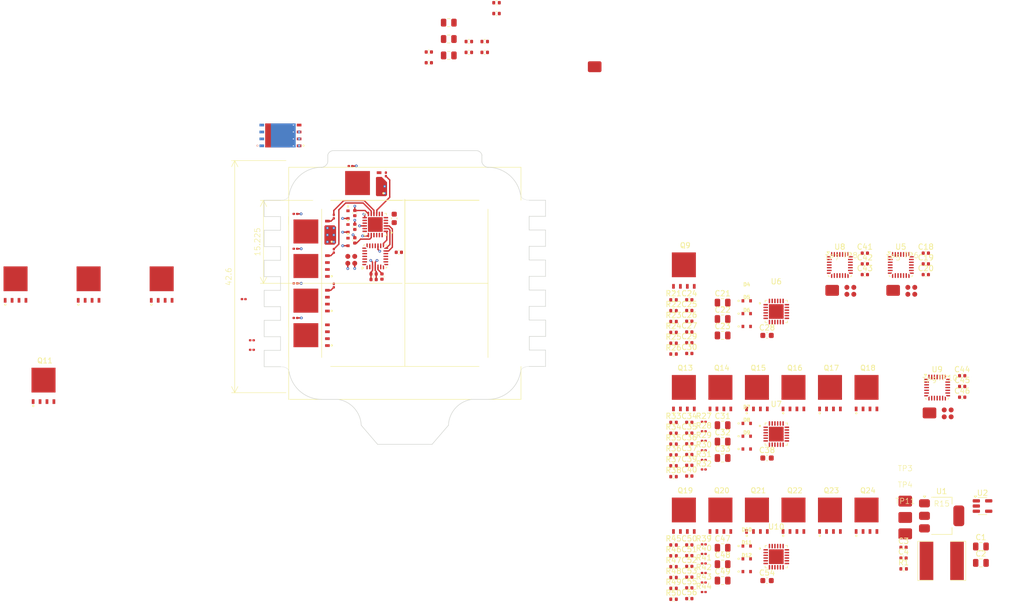
<source format=kicad_pcb>
(kicad_pcb (version 20241229) (generator "pcbnew") (generator_version "9.0")
  (layers (0 "F.Cu" signal) (4 "In1.Cu" signal) (6 "In2.Cu" signal) (8 "In3.Cu" signal) (10 "In4.Cu" signal) (2 "B.Cu" signal) (13 "F.Paste" user) (15 "B.Paste" user) (5 "F.SilkS" user "F.Silkscreen") (7 "B.SilkS" user "B.Silkscreen") (1 "F.Mask" user) (3 "B.Mask" user) (25 "Edge.Cuts" user))
  (net 0 "")
  (net 1 "VCC")
  (net 2 "GND")
  (net 3 "+3.3V")
  (net 4 "Net-(C4-Pad1)")
  (net 5 "Net-(U3-PF2)")
  (net 6 "Net-(U4-VB1)")
  (net 7 "/ESC1/VS1")
  (net 8 "Net-(U4-VB2)")
  (net 9 "/ESC1/VS2")
  (net 10 "/ESC1/VS3")
  (net 11 "Net-(U4-VB3)")
  (net 12 "VSense1A")
  (net 13 "VSense1B")
  (net 14 "VSense1C")
  (net 15 "Net-(U5-PF2)")
  (net 16 "VSense2A")
  (net 17 "VSense2B")
  (net 18 "VSense2C")
  (net 19 "/ESC2/VS1")
  (net 20 "Net-(U6-VB1)")
  (net 21 "Net-(U6-VB2)")
  (net 22 "/ESC2/VS2")
  (net 23 "/ESC2/VS3")
  (net 24 "Net-(U6-VB3)")
  (net 25 "VSense3A")
  (net 26 "VSense3B")
  (net 27 "VSense3C")
  (net 28 "Net-(U7-VB1)")
  (net 29 "/ESC3/VS1")
  (net 30 "Net-(U7-VB2)")
  (net 31 "/ESC3/VS2")
  (net 32 "Net-(U7-VB3)")
  (net 33 "/ESC3/VS3")
  (net 34 "Net-(U8-PF2)")
  (net 35 "Net-(U9-PF2)")
  (net 36 "VSense4A")
  (net 37 "VSense4B")
  (net 38 "VSense4C")
  (net 39 "Net-(U10-VB1)")
  (net 40 "/ESC4/VS1")
  (net 41 "/ESC4/VS2")
  (net 42 "Net-(U10-VB2)")
  (net 43 "Net-(U10-VB3)")
  (net 44 "/ESC4/VS3")
  (net 45 "Net-(Q1-Pad4)")
  (net 46 "Net-(Q2-Pad4)")
  (net 47 "Net-(Q3-Pad4)")
  (net 48 "Net-(Q4-Pad4)")
  (net 49 "Net-(Q5-Pad4)")
  (net 50 "Net-(Q6-Pad4)")
  (net 51 "Net-(Q7-Pad4)")
  (net 52 "Net-(Q8-Pad4)")
  (net 53 "Net-(Q9-Pad4)")
  (net 54 "Net-(Q10-Pad4)")
  (net 55 "Net-(Q11-Pad4)")
  (net 56 "Net-(Q12-Pad4)")
  (net 57 "Net-(Q13-Pad4)")
  (net 58 "Net-(Q14-Pad4)")
  (net 59 "Net-(Q15-Pad4)")
  (net 60 "Net-(Q16-Pad4)")
  (net 61 "Net-(Q17-Pad4)")
  (net 62 "Net-(Q18-Pad4)")
  (net 63 "Net-(Q19-Pad4)")
  (net 64 "Net-(Q20-Pad4)")
  (net 65 "Net-(Q21-Pad4)")
  (net 66 "Net-(Q22-Pad4)")
  (net 67 "Net-(Q23-Pad4)")
  (net 68 "Net-(Q24-Pad4)")
  (net 69 "Net-(R1-Pad1)")
  (net 70 "/ESC1/HO1")
  (net 71 "/ESC1/LO1")
  (net 72 "/ESC1/HO2")
  (net 73 "/ESC1/LO2")
  (net 74 "/ESC1/HO3")
  (net 75 "/ESC1/LO3")
  (net 76 "/ESC2/HO1")
  (net 77 "/ESC2/LO1")
  (net 78 "/ESC2/HO2")
  (net 79 "/ESC2/LO2")
  (net 80 "/ESC2/HO3")
  (net 81 "/ESC2/LO3")
  (net 82 "/ESC3/HO1")
  (net 83 "/ESC3/LO1")
  (net 84 "/ESC3/HO2")
  (net 85 "/ESC3/LO2")
  (net 86 "/ESC3/HO3")
  (net 87 "/ESC3/LO3")
  (net 88 "/ESC4/HO1")
  (net 89 "/ESC4/LO1")
  (net 90 "/ESC4/HO2")
  (net 91 "/ESC4/LO2")
  (net 92 "/ESC4/HO3")
  (net 93 "/ESC4/LO3")
  (net 94 "/MCU1/SWCLK")
  (net 95 "/MCU1/SWDIO")
  (net 96 "Net-(U3-PB8)")
  (net 97 "Net-(U5-PB8)")
  (net 98 "/MCU2/SWDIO")
  (net 99 "/MCU2/SWCLK")
  (net 100 "Net-(U8-PB8)")
  (net 101 "/MCU3/SWCLK")
  (net 102 "/MCU3/SWDIO")
  (net 103 "Net-(U9-PB8)")
  (net 104 "/MCU4/SWCLK")
  (net 105 "/MCU4/SWDIO")
  (net 110 "LIN1A")
  (net 112 "HIN1A")
  (net 114 "unconnected-(U3-PC6-Pad17)")
  (net 116 "LIN1C")
  (net 117 "HIN1B")
  (net 118 "HIN1C")
  (net 121 "LIN1B")
  (net 125 "HIN2B")
  (net 131 "LIN2A")
  (net 136 "LIN2B")
  (net 140 "LIN2C")
  (net 141 "HIN2C")
  (net 143 "HIN2A")
  (net 144 "HIN3C")
  (net 145 "LIN3C")
  (net 146 "HIN3A")
  (net 147 "LIN3A")
  (net 148 "LIN3B")
  (net 149 "HIN3B")
  (net 164 "LIN4C")
  (net 171 "HIN4B")
  (net 174 "HIN4A")
  (net 175 "LIN4A")
  (net 177 "HIN4C")
  (net 178 "LIN4B")
  (footprint "Drone_components:BSC093N04LSGATMA1" (layer "F.Cu") (at -7.625 -18.41 90)
    (property "Reference" "Q6" (hide yes))
    (property "Value" "BSC009NE2LS5IATMA1" (hide yes))
  )
  (footprint "Resistor_SMD:R_0201_0603Metric" (layer "F.Cu") (at -20.05 -12.75 180)
    (property "Reference" "R6" (hide yes))
    (property "Value" "10" (hide yes))
  )
  (footprint "Drone_components:BSC093N04LSGATMA1" (layer "F.Cu") (at 51.175 42.65)
    (property "Reference" "Q19")
    (property "Value" "BSC009NE2LS5IATMA1")
  )
  (footprint "Drone_components:FD6288Q" (layer "F.Cu") (at -5.4175 -10.8 180)
    (property "Reference" "U4" (hide yes))
    (property "Value" "FD6288Q" (hide yes))
  )
  (footprint "Capacitor_SMD:C_0805_2012Metric" (layer "F.Cu") (at 58.28 3.54)
    (property "Reference" "C21")
    (property "Value" "22uF 25V X5R MLCC")
  )
  (footprint "Capacitor_SMD:C_0402_1005Metric" (layer "F.Cu") (at 91.46 48.46)
    (property "Reference" "C3")
    (property "Value" "100nF 10V X7R MLCC")
  )
  (footprint "Capacitor_SMD:C_0402_1005Metric" (layer "F.Cu") (at -9.175 -7.875 90)
    (property "Reference" "C8" (hide yes))
    (property "Value" "1uF 25V X5R MLCC" (hide yes))
  )
  (footprint "Drone_components:YLR25-4-0.25F-W" (layer "F.Cu") (at 98.475 50.945)
    (property "Reference" "R15")
    (property "Value" "~")
  )
  (footprint "Capacitor_SMD:C_0805_2012Metric" (layer "F.Cu") (at 58.28 9.56)
    (property "Reference" "C23")
    (property "Value" "22uF 25V X5R MLCC")
  )
  (footprint "Drone_components:BSC093N04LSGATMA1" (layer "F.Cu") (at 77.975 20.15)
    (property "Reference" "Q17")
    (property "Value" "BSC009NE2LS5IATMA1")
  )
  (footprint "Resistor_SMD:R_0402_1005Metric" (layer "F.Cu") (at 16.815 -51.515)
    (property "Reference" "R12" (hide yes))
    (property "Value" "4.7k" (hide yes))
  )
  (footprint "MountingHole:MountingHole_3.2mm_M3" (layer "F.Cu") (at 15.25 -15.25)
    (property "Reference" "H1" (hide yes))
    (property "Value" "MountingHole" (hide yes))
  )
  (footprint "Capacitor_SMD:C_0402_1005Metric" (layer "F.Cu") (at 52.17 51.96)
    (property "Reference" "C52")
    (property "Value" "10nF 10V X7R MLCC")
  )
  (footprint "Capacitor_SMD:C_0805_2012Metric" (layer "F.Cu") (at 58.28 54.56)
    (property "Reference" "C49")
    (property "Value" "22uF 25V X5R MLCC")
  )
  (footprint "Capacitor_SMD:C_0402_1005Metric" (layer "F.Cu") (at 52.17 33.4)
    (property "Reference" "C39")
    (property "Value" "1uF 25V X5R MLCC")
  )
  (footprint "Capacitor_SMD:C_0402_1005Metric" (layer "F.Cu") (at 52.17 31.43)
    (property "Reference" "C37")
    (property "Value" "1uF 25V X5R MLCC")
  )
  (footprint "Drone_components:Rectangle test point" (layer "F.Cu") (at 78.375 1.285)
    (property "Reference" "TP7")
    (property "Value" "DShot")
  )
  (footprint "Resistor_SMD:R_0201_0603Metric" (layer "F.Cu") (at -20.05 6.35 180)
    (property "Reference" "R14" (hide yes))
    (property "Value" "10" (hide yes))
  )
  (footprint "Drone_components:BSC093N04LSGATMA1" (layer "F.Cu") (at -17.1 -3.18 90)
    (property "Reference" "Q2" (hide yes))
    (property "Value" "BSC009NE2LS5IATMA1" (hide yes))
  )
  (footprint "MountingHole:MountingHole_3.2mm_M3" (layer "F.Cu") (at 15.25 15.25)
    (property "Reference" "H4" (hide yes))
    (property "Value" "MountingHole" (hide yes))
  )
  (footprint "Drone_components:1.27 test pad" (layer "F.Cu") (at -9.825 -4.315)
    (property "Reference" "TP1" (hide yes))
    (property "Value" "~" (hide yes))
  )
  (footprint "Drone_components:BSC093N04LSGATMA1" (layer "F.Cu") (at -71.4 0.2165)
    (property "Reference" "Q1" (hide yes))
    (property "Value" "BSC009NE2LS5IATMA1" (hide yes))
  )
  (footprint "Capacitor_SMD:C_0402_1005Metric" (layer "F.Cu") (at -9.175 -10.37 90)
    (property "Reference" "C9" (hide yes))
    (property "Value" "1uF 25V X5R MLCC" (hide yes))
  )
  (footprint "Capacitor_SMD:C_0805_2012Metric" (layer "F.Cu") (at 8.0575 -44.845)
    (property "Reference" "C14" (hide yes))
    (property "Value" "22uF 25V X5R MLCC" (hide yes))
  )
  (footprint "Drone_components:RB520S30" (layer "F.Cu") (at -10.425 -7.6 -90)
    (property "Reference" "D1" (hide yes))
    (property "Value" "RB520S30" (hide yes))
  )
  (footprint "Capacitor_SMD:C_0402_1005Metric" (layer "F.Cu") (at 52.17 10.9)
    (property "Reference" "C29")
    (property "Value" "1uF 25V X5R MLCC")
  )
  (footprint "Resistor_SMD:R_0201_0603Metric" (layer "F.Cu") (at -13.025 -5.955 -90)
    (property "Reference" "R3" (hide yes))
    (property "Value" "10" (hide yes))
  )
  (footprint "MountingHole:MountingHole_3.2mm_M3" (layer "F.Cu") (at -15.25 -15.25)
    (property "Reference" "H2" (hide yes))
    (property "Value" "MountingHole" (hide yes))
  )
  (footprint "Capacitor_SMD:C_0402_1005Metric" (layer "F.Cu") (at 52.17 12.87)
    (property "Reference" "C30")
    (property "Value" "1uF 25V X5R MLCC")
  )
  (footprint "Resistor_SMD:R_0201_0603Metric" (layer "F.Cu") (at 54.83 47.91)
    (property "Reference" "R39")
    (property "Value" "10")
  )
  (footprint "Drone_components:RB520S30" (layer "F.Cu") (at 62.705 25.71)
    (property "Reference" "D7")
    (property "Value" "RB520S30")
  )
  (footprint "Resistor_SMD:R_0402_1005Metric" (layer "F.Cu") (at 49.28 12.98)
    (property "Reference" "R26")
    (property "Value" "1k")
  )
  (footprint "Capacitor_SMD:C_0402_1005Metric" (layer "F.Cu") (at 52.17 6.96)
    (property "Reference" "C26")
    (property "Value" "10nF 10V X7R MLCC")
  )
  (footprint "Resistor_SMD:R_0201_0603Metric" (layer "F.Cu") (at -28.045 10.45)
    (property "Reference" "R18" (hide yes))
    (property "Value" "10" (hide yes))
  )
  (footprint "Capacitor_SMD:C_0402_1005Metric" (layer "F.Cu") (at 52.17 29.46)
    (property "Reference" "C36")
    (property "Value" "10nF 10V X7R MLCC")
  )
  (footprint "Drone_components:RB520S30" (layer "F.Cu") (at 62.705 3.21)
    (property "Reference" "D4")
    (property "Value" "RB520S30")
  )
  (footprint "Resistor_SMD:R_0402_1005Metric" (layer "F.Cu") (at 14.6475 -44.385)
    (property "Reference" "R8" (hide yes))
    (property "Value" "4.7k" (hide yes))
  )
  (footprint "Capacitor_SMD:C_0402_1005Metric" (layer "F.Cu") (at 102.22 16.96)
    (property "Reference" "C44")
    (property "Value" "4.7uF 10V X5R MLCC")
  )
  (footprint "Resistor_SMD:R_0201_0603Metric" (layer "F.Cu") (at -13.025 0.4 -90)
    (property "Reference" "R20" (hide yes))
    (property "Value" "10" (hide yes))
  )
  (footprint "Resistor_SMD:R_0201_0603Metric" (layer "F.Cu") (at 54.83 53.16)
    (property "Reference" "R42")
    (property "Value" "10")
  )
  (footprint "Resistor_SMD:R_0402_1005Metric" (layer "F.Cu") (at 11.7375 -42.395)
    (property "Reference" "R5" (hide yes))
    (property "Value" "1k" (hide yes))
  )
  (footprint "Capacitor_SMD:C_0402_1005Metric" (layer "F.Cu") (at 84.37 -5.54)
    (property "Reference" "C41")
    (property "Value" "4.7uF 10V X5R MLCC")
  )
  (footprint "Capacitor_SMD:C_0402_1005Metric" (layer "F.Cu") (at 52.17 4.99)
    (property "Reference" "C25")
    (property "Value" "10nF 10V X7R MLCC")
  )
  (footprint "Drone_components:RB520S30" (layer "F.Cu") (at 62.705 28.06)
    (property "Reference" "D8")
    (property "Value" "RB520S30")
  )
  (footprint "Resistor_SMD:R_0201_0603Metric" (layer "F.Cu") (at -28.045 12.2)
    (property "Reference" "R19" (hide yes))
    (property "Value" "10" (hide yes))
  )
  (footprint "Resistor_SMD:R_0402_1005Metric" (layer "F.Cu") (at 49.28 54)
    (property "Reference" "R48")
    (property "Value" "1k")
  )
  (footprint "Drone_components:Rectangle test point" (layer "F.Cu") (at 89.555 1.285)
    (property "Reference" "TP5")
    (property "Value" "DShot")
  )
  (footprint "Resistor_SMD:R_0402_1005Metric" (layer "F.Cu") (at 91.48 52.41)
    (property "Reference" "R1")
    (property "Value" "1k")
  )
  (footprint "Drone_components:RB520S30" (layer "F.Cu") (at 62.705 48.21)
    (property "Reference" "D10")
    (property "Value" "RB520S30")
  )
  (footprint "Capacitor_SMD:C_0603_1608Metric" (layer "F.Cu") (at 66.43 9.56)
    (property "Reference" "C28")
    (property "Value" "10uF 25V X5R MLCC")
  )
  (footprint "Drone_components:BSC093N04LSGATMA1" (layer "F.Cu") (at 71.275 42.65)
    (property "Reference" "Q22")
    (property "Value" "BSC009NE2LS5IATMA1")
  )
  (footprint "Drone_components:FD6288Q" (layer "F.Cu") (at 68.125 5.17)
    (property "Reference" "U6")
    (property "Value" "FD6288Q")
  )
  (footprint "Package_DFN_QFN:QFN-28_4x4mm_P0.5mm" (layer "F.Cu") (at 90.96 -3.37)
    (property "Reference" "U5")
    (property "Value" "STM32G071GBU6")
  )
  (footprint "Capacitor_SMD:C_0402_1005Metric" (layer "F.Cu") (at 102.22 18.93)
    (property "Reference" "C45")
    (property "Value" "100nF 16V X7R MLCC")
  )
  (footprint "Package_TO_SOT_SMD:SOT-23-5" (layer "F.Cu") (at 105.95 40.875)
    (property "Reference" "U2")
    (property "Value" "INA180A3")
  )
  (footprint "Capacitor_SMD:C_0805_2012Metric" (layer "F.Cu") (at 58.28 26.04)
    (property "Reference" "C31")
    (property "Value" "22uF 25V X5R MLCC")
  )
  (footprint "Resistor_SMD:R_0402_1005Metric" (layer "F.Cu") (at 49.28 25.53)
    (property "Reference" "R33")
    (property "Value" "4.7k")
  )
  (footprint "Capacitor_SMD:C_0402_1005Metric" (layer "F.Cu") (at 91.46 50.43)
    (property "Reference" "C4")
    (property "Value" "1nF 10V X7R MLCC")
  )
  (footprint "Capacitor_SMD:C_0402_1005Metric" (layer "F.Cu") (at 4.3975 -40.495)
    (property "Reference" "C15" (hide yes))
    (property "Value" "10nF 10V X7R MLCC" (hide yes))
  )
  (footprint "Capacitor_SMD:C_0402_1005Metric" (layer "F.Cu") (at 95.55 -1.6)
    (property "Reference" "C20")
    (property "Value" "100nF 10V X7R MLCC")
  )
  (footprint "Resistor_SMD:R_0201_0603Metric" (layer "F.Cu") (at -9.955 -21.525 180)
    (property "Reference" "R10" (hide yes))
    (property "Value" "10" (hide yes))
  )
  (footprint "Drone_components:1.27 test pad" (layer "F.Cu") (at 99.56 23.87)
    (property "Reference" "TP10")
    (property "Value" "~")
  )
  (footprint "Package_DFN_QFN:QFN-28_4x4mm_P0.5mm" (layer "F.Cu") (at 97.63 19.13)
    (property "Reference" "U9")
    (property "Value" "STM32G071GBU6")
  )
  (footprint "Drone_components:BSC093N04LSGATMA1" (layer "F.Cu") (at -17.1 3.175 90)
    (property "Reference" "Q12" (hide yes))
    (property "Value" "BSC009NE2LS5IATMA1" (hide yes))
  )
  (footprint "Resistor_SMD:R_0402_1005Metric" (layer "F.Cu") (at 49.28 55.99)
    (property "Reference" "R49")
    (property "Value" "4.7k")
  )
  (footprint "Package_DFN_QFN:QFN-28_4x4mm_P0.5mm" (layer "F.Cu") (at 79.78 -3.37)
    (property "Reference" "U8")
    (property "Value" "STM32G071GBU6")
  )
  (footprint "Capacitor_SMD:C_0805_2012Metric" (layer "F.Cu") (at 58.28 6.55)
    (property "Reference" "C22")
    (property "Value" "22uF 25V X5R MLCC")
  )
  (footprint "Capacitor_SMD:C_0402_1005Metric" (layer "F.Cu") (at 52.17 27.49)
    (property "Reference" "C35")
    (property "Value" "10nF 10V X7R MLCC")
  )
  (footprint "Resistor_SMD:R_0201_0603Metric" (layer "F.Cu") (at 54.83 25.41)
    (property "Reference" "R27")
    (property "Value" "10")
  )
  (footprint "Package_TO_SOT_SMD:SOT-223-3_TabPin2" (layer "F.Cu") (at 98.45 42.675)
    (property "Reference" "U1")
    (property "Value" "AMS1117-3.3")
  )
  (footprint "Resistor_SMD:R_0402_1005Metric" (layer "F.Cu") (at 49.28 27.52)
    (property "Reference" "R34")
    (property "Value" "1k")
  )
  (footprint "Drone_components:RB520S30" (layer "F.Cu") (at 62.705 5.56)
    (property "Reference" "D5")
    (property "Value" "RB520S30")
  )
  (footprint "Capacitor_SMD:C_0805_2012Metric" (layer "F.Cu") (at 58.28 48.54)
    (property "Reference" "C47")
    (property "Value" "22uF 25V X5R MLCC")
  )
  (footprint "Drone_components:Rectangle test point" (layer "F.Cu") (at 91.775 39.975)
    (property "Reference" "TP3")
    (property "Value" "V")
  )
  (footprint "Drone_components:BSC093N04LSGATMA1" (layer "F.Cu") (at -66.27 18.81)
    (property "Reference" "Q11")
    (property "Value" "BSC009NE2LS5IATMA1" (hide yes))
  )
  (footprint "Capacitor_SMD:C_0805_2012Metric" (layer "F.Cu") (at 105.65 51.31)
    (property "Reference" "C2")
    (property "Value" "22uF 25V X5R MLCC")
  )
  (footprint "Capacitor_SMD:C_0402_1005Metric" (layer "F.Cu") (at 84.37 -1.6)
    (property "Reference" "C43")
    (property "Value" "100nF 10V X7R MLCC")
  )
  (footprint "Drone_components:RB520S30" (layer "F.Cu") (at -10.425 -10.1 -90)
    (property "Reference" "D2" (hide yes))
    (property "Value" "RB520S30" (hide yes))
  )
  (footprint "Resistor_SMD:R_0402_1005Metric" (layer "F.Cu") (at 49.28 35.48)
    (property "Reference" "R38")
    (property "Value" "1k")
  )
  (footprint "Drone_components:Rectangle test point" (layer "F.Cu") (at 96.225 23.785)
    (property "Reference" "TP9")
    (property "Value" "DShot")
  )
  (footprint "Resistor_SMD:R_0201_0603Metric" (layer "F.Cu") (at -20.05 0 180)
    (property "Reference" "R17" (hide yes))
    (property "Value" "10" (hide yes))
  )
  (footprint "Drone_components:1.27 test pad" (layer "F.Cu") (at 92.89 1.37)
    (property "Reference" "TP6")
    (property "Value" "~")
  )
  (footprint "Resistor_SMD:R_0402_1005Metric" (layer "F.Cu") (at 49.28 3.03)
    (property "Reference" "R21")
    (property "Value" "4.7k")
  )
  (footprint "Resistor_SMD:R_0201_0603Metric" (layer "F.Cu") (at 54.83 32.41)
    (property "Reference" "R31")
    (property "Value" "10")
  )
  (footprint "Resistor_SMD:R_0402_1005Metric" (layer "F.Cu") (at 49.28 50.02)
    (property "Reference" "R46")
    (property "Value" "1k")
  )
  (footprint "Resistor_SMD:R_0402_1005Metric" (layer "F.Cu") (at 49.28 48.03)
    (property "Reference" "R45")
    (property "Value" "4.7k")
  )
  (footprint "Capacitor_SMD:C_0805_2012Metric" (layer "F.Cu") (at 58.28 51.55)
    (property "Reference" "C48")
    (property "Value" "22uF 25V X5R MLCC")
  )
  (footprint "Capacitor_SMD:C_0603_1608Metric" (layer "F.Cu") (at 66.43 54.56)
    (property "Reference" "C54")
    (property "Value" "10uF 25V X5R MLCC")
  )
  (footprint "Capacitor_SMD:C_0402_1005Metric" (layer "F.Cu") (at -4.2 -1.245 90)
    (property "Reference" "C7" (hide yes))
    (property "Value" "100nF 16V X7R MLCC" (hide yes))
  )
  (footprint "Drone_components:FD6288Q" (layer "F.Cu") (at 68.125 50.17)
    (property "Reference" "U10")
    (property "Value" "FD6288Q")
  )
  (footprint "Capacitor_SMD:C_0402_1005Metric" (layer "F.Cu") (at 52.17 57.87)
    (property "Reference" "C56")
    (property "Value" "1uF 25V X5R MLCC")
  )
  (footprint "Capacitor_SMD:C_0402_1005Metric" (layer "F.Cu") (at 52.17 35.37)
    (property "Reference" "C40")
    (property "Value" "1uF 25V X5R MLCC")
  )
  (footprint "Drone_components:RB520S30" (layer "F.Cu") (at 62.705 30.41)
    (property "Reference" "D9")
    (property "Value" "RB520S30")
  )
  (footprint "Drone_components:BSC093N04LSGATMA1" (layer "F.Cu") (at 84.675 20.15)
    (property "Reference" "Q18")
    (property "Value" "BSC009NE2LS5IATMA1")
  )
  (footprint "Drone_components:BSC093N04LSGATMA1" (layer "F.Cu") (at -44.6 0.2165)
    (property "Reference" "Q5" (hide yes))
    (property "Value" "BSC009NE2LS5IATMA1" (hide yes))
  )
  (footprint "Capacitor_SMD:C_0402_1005Metric" (layer "F.Cu") (at -1.1 -5.7)
    (property "Reference" "C17" (hide yes))
    (property "Value" "10nF 10V X7R MLCC" (hide yes))
  )
  (footprint "Drone_components:BSC093N04LSGATMA1" (layer "F.Cu") (at 64.575 20.15)
    (property "Reference" "Q15")
    (property "Value" "BSC009NE2LS5IATMA1")
  )
  (footprint "Capacitor_SMD:C_0402_1005Metric" (layer "F.Cu") (at 52.17 49.99)
    (property "Reference" "C51")
    (property "Value" "10nF 10V X7R MLCC")
  )
  (footprint "Package_DFN_QFN:QFN-28_4x4mm_P0.5mm" (layer "F.Cu") (at -5.425 -4.95 90)
    (property "Reference" "U3" (hide yes))
    (property "Value" "STM32G071GBUxN" (hide yes))
  )
  (footprint "Capacitor_SMD:C_0603_1608Metric" (layer "F.Cu") (at -1.95 -11.925 -90)
    (property "Reference" "C11" (hide yes))
    (property "Value" "10uF 25V X5R MLCC" (hide yes))
  )
  (footprint "Capacitor_SMD:C_0805_2012Metric" (layer "F.Cu") (at 105.65 48.3)
    (property "Reference" "C1")
    (property "Value" "22uF 25V X5R MLCC")
  )
  (footprint "Drone_components:Rectangle test point" (layer "F.Cu") (at 34.815 -39.76)
    (property "Reference" "TP2" (hide yes))
    (property "Value" "DShot" (hide yes))
  )
  (footprint "Drone_components:BSC093N04LSGATMA1" (layer "F.Cu") (at 64.575 42.65)
    (property "Reference" "Q21")
    (property "Value" "BSC009NE2LS5IATMA1")
  )
  (footprint "Capacitor_SMD:C_0402_1005Metric" (layer "F.Cu") (at 84.37 -3.57)
    (property "Reference" "C42")
    (property "Value" "100nF 16V X7R MLCC")
  )
  (footprint "Drone_components:BSC093N04LSGATMA1" (layer "F.Cu") (at -22.2915 -27.15 90)
    (property "Reference" "Q8" (hide yes))
    (property "Value" "BSC009NE2LS5IATMA1" (hide yes))
  )
  (footprint "Resistor_SMD:R_0402_1005Metric" (layer "F.Cu") (at 49.28 31.5)
    (property "Reference" "R36")
    (property "Value" "1k")
  )
  (footprint "Resistor_SMD:R_0201_0603Metric" (layer "F.Cu") (at 54.83 30.66)
    (property "Reference" "R30")
    (property "Value" "10")
  )
  (footprint "Drone_components:FD6288Q" (layer "F.Cu") (at 68.125 27.67)
    (property "Reference" "U7")
    (property "Value" "FD6288Q")
  )
  (footprint "Drone_components:BSC093N04LSGATMA1" (layer "F.Cu") (at -58 0.2165)
    (property "Reference" "Q3" (hide yes))
    (property "Value" "BSC009NE2LS5IATMA1" (hide yes))
  )
  (footprint "Capacitor_SMD:C_0402_1005Metric" (layer "F.Cu") (at 52.17 25.52)
    (property "Reference" "C34")
    (property "Value" "10nF 10V X7R MLCC")
  )
  (footprint "Drone_components:BSC093N04LSGATMA1" (layer "F.Cu") (at 77.975 42.65)
    (property "Reference" "Q23")
    (property "Value" "BSC009NE2LS5IATMA1")
  )
  (footprint "Resistor_SMD:R_0201_0603Metric" (layer "F.Cu") (at -20.05 -6.35 180)
    (property "Reference" "R2" (hide yes))
    (property "Value" "10" (hide yes))
  )
  (footprint "Drone_components:1.27 test pad" (layer "F.Cu") (at 81.71 1.37)
    (property "Reference" "TP8")
    (property "Value" "~")
  )
  (footprint "Drone_components:BSC093N04LSGATMA1" (layer "F.Cu") (at 84.675 42.65)
    (property "Reference" "Q24")
    (property "Value" "BSC009NE2LS5IATMA1")
  )
  (footprint "Resistor_SMD:R_0201_0603Metric" (layer "F.Cu") (at 54.83 34.16)
    (property "Reference" "R32")
    (property "Value" "10")
  )
  (footprint "Drone_components:BSC093N04LSGATMA1" (layer "F.Cu") (at -17.1 -9.52 90)
    (property "Reference" "Q4" (hide yes))
    (property "Value" "BSC009NE2LS5IATMA1" (hide yes))
  )
  (footprint "Resistor_SMD:R_0402_1005Metric" (layer "F.Cu") (at 49.28 10.99)
    (property "Reference" "R25")
    (property "Value" "4.7k")
  )
  (footprint "Capacitor_SMD:C_0805_2012Metric" (layer "F.Cu") (at 58.28 29.05)
    (property "Reference" "C32")
    (property "Value" "22uF 25V X5R MLCC")
  )
  (footprint "Drone_components:RB520S30" (layer "F.Cu") (at 62.705 50.56)
    (property "Reference" "D11")
    (property "Value" "RB520S30")
  )
  (footprint "Capacitor_SMD:C_0402_1005Metric" (layer "F.Cu") (at 52.17 3.02)
    (property "Reference" "C24")
    (property "Value" "10nF 10V X7R MLCC")
  )
  (footprint "Resistor_SMD:R_0402_1005Metric" (layer "F.Cu") (at 49.28 33.49)
    (property "Reference" "R37")
    (property "Value" "4.7k")
  )
  (footprint "Drone_components:RB520S30" (layer "F.Cu") (at 62.705 52.91)
    (property "Reference" "D12")
    (property "Value" "RB520S30")
  )
  (footprint "Drone_components:BSC093N04LSGATMA1" (layer "F.Cu") (at 51.175 20.15)
    (property "Reference" "Q13")
    (property "Value" "BSC009NE2LS5IATMA1")
  )
  (footprint "Resistor_SMD:R_0402_1005Metric" (layer "F.Cu") (at 49.28 7.01)
    (property "Reference" "R23")
    (property "Value" "4.7k")
  )
  (footprint "Capacitor_SMD:C_0402_1005Metric" (layer "F.Cu") (at 52.17 8.93)
    (property "Reference" "C27")
    (property "Value" "1uF 25V X5R MLCC")
  )
  (footprint "Capacitor_SMD:C_0402_1005Metric" (layer "F.Cu") (at 52.17 55.9)
    (property "Reference" "C55")
    (property "Value" "1uF 25V X5R MLCC")
  )
  (footprint "Drone_components:BSC093N04LSGATMA1" (layer "F.Cu") (at 57.875 20.15)
    (property "Reference" "Q14")
    (property "Value" "BSC009NE2LS5IATMA1")
  )
  (footprint "Capacitor_SMD:C_0805_2012Metric" (layer "F.Cu") (at 8.0575 -47.855)
    (property "Reference" "C12" (hide yes))
    (property "Value" "22uF 25V X5R MLCC" (hide yes))
  )
  (footprint "Resistor_SMD:R_0402_1005Metric" (layer "F.Cu") (at 16.815 -49.525)
    (property "Reference" "R13" (hide yes))
    (property "Value" "1k" (hide yes))
  )
  (footprint "Capacitor_SMD:C_0402_1005Metric" (layer "F.Cu") (at -9.175 -12.895 90)
    (property "Reference" "C10" (hide yes))
    (property "Value" "1uF 25V X5R MLCC" (hide yes))
  )
  (footprint "Drone_components:BSC093N04LSGATMA1" (layer "F.Cu") (at -17.1 9.52 90)
    (property "Reference" "Q10" (hide yes))
    (property "Value" "BSC009NE2LS5IATMA1" (hide yes))
  )
  (footprint "Resistor_SMD:R_0201_0603Metric" (layer "F.Cu") (at 54.83 49.66)
    (property "Reference" "R40")
    (property "Value" "10")
  )
  (footprint "Resistor_SMD:R_0402_1005Metric" (layer "F.Cu") (at 49.28 57.98)
    (property "Reference" "R50")
    (property "Value" "1k")
  )
  (footprint "Resistor_SMD:R_0201_0603Metric" (layer "F.Cu") (at 54.83 28.91)
    (property "Reference" "R29")
    (property "Value" "10")
  )
  (footprint "Resistor_SMD:R_0402_1005Metric" (layer "F.Cu") (at 49.28 9)
    (property "Reference" "R24")
    (property "Value" "1k")
  )
  (footprint "Resistor_SMD:R_0402_1005Metric" (layer "F.Cu") (at 14.6475 -42.395)
    (property "Reference" "R9" (hide yes))
    (property "Value" "1k" (hide yes))
  )
  (footprint "Drone_components:BSC093N04LSGATMA1" (layer "F.Cu") (at 71.275 20.15)
    (property "Reference" "Q16")
    (property "Value" "BSC009NE2LS5IATMA1")
  )
  (footprint "Drone_components:Rectangle test point" (layer "F.Cu") (at 91.775 42.975)
    (property "Reference" "TP4")
    (property "Value" "I")
  )
  (footprint "MountingHole:MountingHole_3.2mm_M3" (layer "F.Cu") (at -15.25 15.25)
    (property "Reference" "H3" (hide yes))
    (property "Value" "MountingHole" (hide yes))
  )
  (footprint "Resistor_SMD:R_0402_1005Metric" (layer "F.Cu") (at 49.28 52.01)
    (property "Reference" "R47")
    (property "Value" "4.7k")
  )
  (footprint "Resistor_SMD:R_0201_0603Metric" (layer "F.Cu") (at -13.025 -12.255 -90)
    (property "Reference" "R7" (hide yes))
    (property "Value" "10" (hide yes))
  )
  (footprint "Capacitor_SMD:C_0402_1005Metric" (layer "F.Cu") (at 52.17 48.02)
    (property "Reference" "C50")
    (property "Value" "10nF 10V X7R MLCC")
  )
  (footprint "Drone_components:BSC093N04LSGATMA1" (layer "F.Cu") (at 57.875 42.65)
    (property "Reference" "Q20")
    (property "Value" "BSC009NE2LS5IATMA1")
  )
  (footprint "Resistor_SMD:R_0201_0603Metric" (layer "F.Cu") (at 54.83 51.41)
    (property "Reference" "R41")
    (property "Value" "10")
  )
  (footprint "Capacitor_SMD:C_0402_1005Metric" (layer "F.Cu") (at 95.55 -3.57)
    (property "Reference" "C19")
    (property "Value" "100nF 16V X7R MLCC")
  )
  (footprint "Resistor_SMD:R_0201_0603Metric" (layer "F.Cu") (at 54.83 27.16)
    (property "Reference" "R28")
    (property "Value" "10")
  )
  (footprint "Resistor_SMD:R_0402_1005Metric" (layer "F.Cu") (at 49.28 29.51)
    (property "Reference" "R35")
    (property "Value" "4.7k")
  )
  (footprint "Capacitor_SMD:C_0402_1005Metric" (layer "F.Cu") (at -5.725 -0.7)
    (property "Reference" "C6" (hide yes))
    (property "Value" "100nF 10V X7R MLCC" (hide yes))
  )
  (footprint "Resistor_SMD:R_0402_1005Metric" (layer "F.Cu") (at 11.7375 -44.385)
    (property "Reference" "R4" (hide yes))
    (property "Value" "4.7k" (hide yes))
  )
  (footprint "Capacitor_SMD:C_0402_1005Metric" (layer "F.Cu") (at 102.22 20.9)
    (property "Reference" "C46")
    (property "Value" "100nF 10V X7R MLCC")
  )
  (footprint "Capacitor_SMD:C_0603_1608Metric" (layer "F.Cu") (at 66.43 32.06)
    (property "Reference" "C38")
    (property "Value" "10uF 25V X5R MLCC")
  )
  (footprint "Drone_components:Rectangle test point" (layer "F.Cu") (at 91.775 45.975)
    (property "Reference" "TP11")
    (property "Value" "V")
  )
  (footprint "Drone_components:RB520S30" (layer "F.Cu") (at 62.705 7.91)
    (property "Reference" "D6")
    (property "Value" "RB520S30")
  )
  (footprint "Drone_components:RB520S30" (layer "F.Cu") (at -10.425 -12.6125 -90)
    (property "Reference" "D3" (hide yes))
    (property "Value" "RB520S30" (hide yes))
  )
  (footprint "Capacitor_SMD:C_0805_2012Metric" (layer "F.Cu") (at 8.0575 -41.835)
    (property "Reference" "C16" (hide yes))
    (property "Value" "22uF 25V X5R MLCC" (hide yes))
  )
  (footprint "Capacitor_SMD:C_0402_1005Metric" (layer "F.Cu") (at -5.73 -1.725)
    (property "Reference" "C5" (hide yes))
    (property "Value" "4.7uF 10V X5R MLCC" (hide yes))
  )
  (footprint "Resistor_SMD:R_0201_0603Metric" (layer "F.Cu") (at -3.475 -20 90)
    (property "Reference" "R11" (hide yes))
    (property "Value" "10" (hide yes))
  )
  (footprint "Drone_components:BSC093N04LSGATMA1" (layer "F.Cu") (at 51.175 -2.35)
    (property "Reference" "Q9")
    (property "Value" "BSC009NE2LS5IATMA1")
  )
  (footprint "Resistor_SMD:R_0201_0603Metric" (layer "F.Cu") (at 54.83 54.91)
    (property "Reference" "R43")
    (property "Value" "10")
  )
  (footprint "Resistor_SMD:R_0201_0603Metric" (layer "F.Cu") (at 54.83 56.66)
    (property "Reference" "R44")
    (property "Value" "10")
  )
  (footprint "Capacitor_SMD:C_0402_1005Metric" (layer "F.Cu") (at 4.3975 -42.465)
    (property "Reference" "C13" (hide yes))
    (property "Value" "10nF 10V X7R MLCC" (hide yes))
  )
  (footprint "Capacitor_SMD:C_0402_1005Metric" (layer "F.Cu") (at 52.17 53.93)
    (property "Reference" "C53")
    (property "Value" "1uF 25V X5R MLCC")
  )
  (footprint "Capacitor_SMD:C_0805_2012Metric" (layer "F.Cu") (at 58.28 32.06)
    (property "Reference" "C33")
    (property "Value" "22uF 25V X5R MLCC")
  )
  (footprint "Resistor_SMD:R_0402_1005Metric" (layer "F.Cu") (at 49.28 5.02)
    (property "Reference" "R22")
    (property "Value" "1k")
  )
  (footprint "Resistor_SMD:R_0201_0603Metric" (layer "F.Cu") (at -29.55 2.9)
    (property "Reference" "R16" (hide yes))
    (property "Value" "10" (hide yes))
  )
  (footprint "Capacitor_SMD:C_0402_1005Metric" (layer "F.Cu") (at 95.55 -5.54)
    (property "Reference" "C18")
    (property "Value" "4.7uF 10V X5R MLCC")
  )
  (footprint "Drone_components:BSC093N04LSGATMA1" (layer "B.Cu") (at -23.3415 -27.15 90)
    (property "Reference" "Q7" (hide yes))
    (property "Value" "BSC009NE2LS5IATMA1" (hide yes))
  )
  (gr_line (start -21.3 -21.3) (end -21.3 -15.25) (stroke (width 0.1)) (layer "F.SilkS"))
  (gr_line (start 15.25 15.25) (end -15.25 15.25) (stroke (width 0.1)) (layer "F.SilkS"))
  (gr_line (start 0 -15.25) (end 15.25 -15.25) (stroke (width 0.1)) (layer "F.SilkS"))
  (gr_line (start -15.25 15.25) (end -15.25 -15.25) (stroke (width 0.1)) (layer "F.SilkS"))
  (gr_line (start -21.3 21.3) (end -15.25 21.3) (stroke (width 0.1)) (layer "F.SilkS"))
  (gr_line (start 15.25 15.25) (end 15.25 -15.25) (stroke (width 0.1)) (layer "F.SilkS"))
  (gr_line (start -15.25 -21.3) (end 15.25 -21.3) (stroke (width 0.1)) (layer "F.SilkS"))
  (gr_line (start -21.3 15.25) (end -21.3 21.3) (stroke (width 0.1)) (layer "F.SilkS"))
  (gr_line (start 15.250008 -21.3) (end 21.30001 -21.3) (stroke (width 0.1)) (layer "F.SilkS"))
  (gr_line (start -21.3 15.25) (end -21.3 -15.25) (stroke (width 0.1)) (layer "F.SilkS"))
  (gr_line (start -15.25 -15.25) (end 15.25 -15.25) (stroke (width 0.1)) (layer "F.SilkS"))
  (gr_line (start -21.3 -12.25) (end -21.3 -10.75) (stroke (width 0.1)) (layer "F.SilkS"))
  (gr_line (start -21.3 -12.25) (end -21.3 -9.74) (stroke (width 0.1)) (layer "F.SilkS"))
  (gr_line (start 15.25 21.300009) (end 21.3 21.300009) (stroke (width 0.1)) (layer "F.SilkS"))
  (gr_line (start 21.30001 -15.25) (end 21.30001 -21.3) (stroke (width 0.1)) (layer "F.SilkS"))
  (gr_line (start -15.25 -21.3) (end -21.3 -21.3) (stroke (width 0.1)) (layer "F.SilkS"))
  (gr_line (start 15.25 0) (end 0 0) (stroke (width 0.1)) (layer "F.SilkS"))
  (gr_line (start -21.3 5.51) (end -21.3 8.02) (stroke (width 0.1)) (layer "F.SilkS"))
  (gr_line (start -21.3 11.02) (end -21.3 13.53) (stroke (width 0.1)) (layer "F.SilkS"))
  (gr_line (start -21.3 -6.74) (end -21.3 -4.23) (stroke (width 0.1)) (layer "F.SilkS"))
  (gr_line (start 21.300009 15.25) (end 21.3 21.3) (stroke (width 0.1)) (layer "F.SilkS"))
  (gr_line (start -12.25 21.3) (end 12.25 21.3) (stroke (width 0.1)) (layer "F.SilkS"))
  (gr_line (start 0 -15.25) (end 0 15.25) (stroke (width 0.1)) (layer "F.SilkS"))
  (gr_line (start 0 -15.475) (end 0 -0.225) (stroke (width 0.1)) (layer "F.SilkS"))
  (gr_line (start -21.3 -12.25) (end -21.3 -10.95) (stroke (width 0.1)) (layer "F.SilkS"))
  (gr_line (start 22.800009 -1.28) (end 25.800009 -1.28) (stroke (width 0.1)) (layer "Edge.Cuts"))
  (gr_arc (start 8 26.05) (mid 9.219548 22.973029) (end 12.25 21.3) (stroke (width 0.1)) (layer "Edge.Cuts"))
  (gr_line (start -22.8 12.3) (end -25.8 12.3) (stroke (width 0.1)) (layer "Edge.Cuts"))
  (gr_line (start 22.825009 9.74) (end 22.825 12.25) (stroke (width 0.1)) (layer "Edge.Cuts"))
  (gr_line (start 25.800009 -1.28) (end 25.800009 -4.28) (stroke (width 0.1)) (layer "Edge.Cuts"))
  (gr_line (start -22.8 4.28) (end -22.8 6.79) (stroke (width 0.1)) (layer "Edge.Cuts"))
  (gr_curve (pts (xy -22.8 15.3) (xy -21.208291 15.3) (xy -21.208291 16.300606) (xy -21.208291 16.300606)) (stroke (width 0.05)) (layer "Edge.Cuts"))
  (gr_line (start 22.800009 -6.79) (end 25.800009 -6.79) (stroke (width 0.1)) (layer "Edge.Cuts"))
  (gr_line (start 22.800009 15.25) (end 25.800009 15.25) (stroke (width 0.1)) (layer "Edge.Cuts"))
  (gr_line (start -22.8 1.28) (end -25.8 1.28) (stroke (width 0.1)) (layer "Edge.Cuts"))
  (gr_line (start 22.800009 -6.79) (end 22.800009 -4.28) (stroke (width 0.1)) (layer "Edge.Cuts"))
  (gr_arc (start 13.207256 -24.356818) (mid 13.794959 -24.106588) (end 14.130262 -23.562914) (stroke (width 0.1)) (layer "Edge.Cuts"))
  (gr_line (start -25.8 -15.25) (end -25.8 -12.255) (stroke (width 0.1)) (layer "Edge.Cuts"))
  (gr_curve (pts (xy 21.208088 -16.300564) (xy 21.3 -15.25) (xy 22.8 -15.25) (xy 22.8 -15.25)) (stroke (width 0.05)) (layer "Edge.Cuts"))
  (gr_line (start 25.800009 1.23) (end 22.800009 1.23) (stroke (width 0.1)) (layer "Edge.Cuts"))
  (gr_arc (start -12.25 21.3) (mid -9.272817 22.912521) (end -8 26.05) (stroke (width 0.1)) (layer "Edge.Cuts"))
  (gr_line (start -25.8 9.79) (end -22.8 9.79) (stroke (width 0.1)) (layer "Edge.Cuts"))
  (gr_line (start -22.8 9.79) (end -22.8 12.3) (stroke (width 0.1)) (layer "Edge.Cuts"))
  (gr_line (start -22.8 -15.25) (end -25.8 -15.25) (stroke (width 0.1)) (layer "Edge.Cuts"))
  (gr_line (start 5 29.55) (end 8 26.05) (stroke (width 0.1)) (layer "Edge.Cuts"))
  (gr_line (start -25.8 -9.745) (end -25.8 -6.74) (stroke (width 0.1)) (layer "Edge.Cuts"))
  (gr_curve (pts (xy -22.8 -15.25) (xy -21.225 -15.25) (xy -21.208087 -16.30057) (xy -21.208087 -16.30057)) (stroke (width 0.05)) (layer "Edge.Cuts"))
  (gr_line (start -25.8 -6.74) (end -22.8 -6.74) (stroke (width 0.1)) (layer "Edge.Cuts"))
  (gr_line (start 13.207256 -24.356817) (end -13.207256 -24.357024) (stroke (width 0.1)) (layer "Edge.Cuts"))
  (gr_line (start -25.8 4.28) (end -22.8 4.28) (stroke (width 0.1)) (layer "Edge.Cuts"))
  (gr_arc (start -14.130262 -23.563121) (mid -13.794959 -24.106795) (end -13.207256 -24.357025) (stroke (width 0.1)) (layer "Edge.Cuts"))
  (gr_arc (start 21.208096 16.300573) (mid 19.138871 19.884576) (end 15.25 21.300009) (stroke (width 0.1)) (layer "Edge.Cuts"))
  (gr_line (start -25.8 1.28) (end -25.8 4.28) (stroke (width 0.1)) (layer "Edge.Cuts"))
  (gr_line (start -25.8 15.3) (end -22.8 15.3) (stroke (width 0.1)) (layer "Edge.Cuts"))
  (gr_line (start 15.25 21.300009) (end 12.25 21.300009) (stroke (width 0.1)) (layer "Edge.Cuts"))
  (gr_arc (start 15.25 -21.3) (mid 14.537032 -21.603565) (end 14.130262 -22.26312) (stroke (width 0.1)) (layer "Edge.Cuts"))
  (gr_line (start 14.130262 -23.563078) (end 14.130262 -22.262914) (stroke (width 0.1)) (layer "Edge.Cuts"))
  (gr_curve (pts (xy 22.800009 15.25) (xy 21.208096 15.25) (xy 21.208096 16.300571) (xy 21.208096 16.300571)) (stroke (width 0.05)) (layer "Edge.Cuts"))
  (gr_line (start -22.8 -12.255) (end -22.8 -9.745) (stroke (width 0.1)) (layer "Edge.Cuts"))
  (gr_line (start 22.800009 4.23) (end 25.800009 4.23) (stroke (width 0.1)) (layer "Edge.Cuts"))
  (gr_line (start -22.8 -6.74) (end -22.8 -4.23) (stroke (width 0.1)) (layer "Edge.Cuts"))
  (gr_line (start -25.8 -4.23) (end -25.8 -1.23) (stroke (width 0.1)) (layer "Edge.Cuts"))
  (gr_line (start -15.25 21.3) (end -12.250001 21.3) (stroke (width 0.1)) (layer "Edge.Cuts"))
  (gr_line (start -22.8 -4.23) (end -25.8 -4.23) (stroke (width 0.1)) (layer "Edge.Cuts"))
  (gr_line (start -25.8 6.79) (end -25.8 9.79) (stroke (width 0.1)) (layer "Edge.Cuts"))
  (gr_line (start 25.800009 -4.28) (end 22.800009 -4.28) (stroke (width 0.1)) (layer "Edge.Cuts"))
  (gr_arc (start -21.208087 -16.300571) (mid -19.138865 -19.884569) (end -15.25 -21.3) (stroke (width 0.1)) (layer "Edge.Cuts"))
  (gr_line (start 25.800009 12.25) (end 22.825 12.25) (stroke (width 0.1)) (layer "Edge.Cuts"))
  (gr_line (start 22.800009 -12.3) (end 22.800009 -9.79) (stroke (width 0.1)) (layer "Edge.Cuts"))
  (gr_line (start 22.800009 -12.3) (end 25.800009 -12.3) (stroke (width 0.1)) (layer "Edge.Cuts"))
  (gr_line (start 25.825009 9.74) (end 25.825009 6.74) (stroke (width 0.1)) (layer "Edge.Cuts"))
  (gr_line (start -25.8 -1.23) (end -22.8 -1.23) (stroke (width 0.1)) (layer "Edge.Cuts"))
  (gr_line (start 22.800009 -1.28) (end 22.800009 1.23) (stroke (width 0.1)) (layer "Edge.Cuts"))
  (gr_line (start 22.800009 4.23) (end 22.800009 6.74) (stroke (width 0.1)) (layer "Edge.Cuts"))
  (gr_line (start -25.8 -12.255) (end -22.8 -12.255) (stroke (width 0.1)) (layer "Edge.Cuts"))
  (gr_arc (start -14.130262 -22.263121) (mid -14.537032 -21.603565) (end -15.25 -21.3) (stroke (width 0.1)) (layer "Edge.Cuts"))
  (gr_line (start -22.8 6.79) (end -25.8 6.79) (stroke (width 0.1)) (layer "Edge.Cuts"))
  (gr_line (start -14.130263 -22.263118) (end -14.130262 -23.563121) (stroke (width 0.1)) (layer "Edge.Cuts"))
  (gr_line (start -5 29.55) (end -8 26.05) (stroke (width 0.1)) (layer "Edge.Cuts"))
  (gr_line (start 22.825009 9.74) (end 25.825009 9.74) (stroke (width 0.1)) (layer "Edge.Cuts"))
  (gr_line (start 25.800009 -15.25) (end 22.8 -15.25) (stroke (width 0.1)) (layer "Edge.Cuts"))
  (gr_arc (start 15.250008 -21.3) (mid 19.138871 -19.884564) (end 21.208088 -16.300564) (stroke (width 0.1)) (layer "Edge.Cuts"))
  (gr_line (start -22.8 -1.23) (end -22.8 1.28) (stroke (width 0.1)) (layer "Edge.Cuts"))
  (gr_line (start 25.800009 4.23) (end 25.800009 1.23) (stroke (width 0.1)) (layer "Edge.Cuts"))
  (gr_line (start -22.8 -9.745) (end -25.8 -9.745) (stroke (width 0.1)) (layer "Edge.Cuts"))
  (gr_line (start 25.825009 6.74) (end 22.800009 6.74) (stroke (width 0.1)) (layer "Edge.Cuts"))
  (gr_line (start 25.800009 -6.79) (end 25.800009 -9.79) (stroke (width 0.1)) (layer "Edge.Cuts"))
  (gr_line (start -25.8 12.3) (end -25.8 15.3) (stroke (width 0.1)) (layer "Edge.Cuts"))
  (gr_arc (start -15.25 21.300207) (mid -19.138998 19.884727) (end -21.208291 16.300607) (stroke (width 0.1)) (layer "Edge.Cuts"))
  (gr_line (start 25.800009 -9.79) (end 22.800009 -9.79) (stroke (width 0.1)) (layer "Edge.Cuts"))
  (gr_line (start 25.800009 -12.3) (end 25.800009 -15.25) (stroke (width 0.1)) (layer "Edge.Cuts"))
  (gr_line (start 25.800009 15.25) (end 25.800009 12.25) (stroke (width 0.1)) (layer "Edge.Cuts"))
  (gr_line (start -5 29.55) (end 5 29.55) (stroke (width 0.1)) (layer "Edge.Cuts"))
  (dimension (type orthogonal) (layer "F.SilkS") (pts (xy 0 0) (xy 0 -15.225)) (height -25.925) (orientation 1) (format (prefix "") (suffix "") (units 3) (units_format 0) (precision 4) (suppress_zeroes yes)) (style (thickness 0.1) (arrow_length 1.27) (text_position_mode 0) (arrow_direction outward) (extension_height 0.58642) (extension_offset 0.5) (keep_text_aligned yes)) (gr_text "15.225" (at -27.025 -7.6125 90) (layer "F.SilkS") (effects (font (size 1 1) (thickness 0.1)))))
  (dimension (type orthogonal) (layer "F.SilkS") (pts (xy -21.3 -22.53) (xy -21.3 20.07)) (height -9.9) (orientation 1) (format (prefix "") (suffix "") (units 3) (units_format 0) (precision 4) (suppress_zeroes yes)) (style (thickness 0.1) (arrow_length 1.27) (text_position_mode 0) (arrow_direction outward) (extension_height 0.58642) (extension_offset 0.5) (keep_text_aligned yes)) (gr_text "42.6" (at -32.3 -1.23 90) (layer "F.SilkS") (effects (font (size 1 1) (thickness 0.1)))))
  (segment (start -2.05 -11.05) (end -1.95 -11.15) (width 0.25) (layer "F.Cu") (net 1))
  (segment (start -11.4125 -11.9125) (end -10.425 -11.9125) (width 0.25) (layer "F.Cu") (net 1))
  (segment (start -11.4 -9.4) (end -10.425 -9.4) (width 0.25) (layer "F.Cu") (net 1))
  (segment (start -10.425 -6.9) (end -11.4 -6.9) (width 0.25) (layer "F.Cu") (net 1))
  (via (at -11.4 -6.9) (size 0.5) (drill 0.2) (layers "F.Cu" "B.Cu") (net 1))
  (via (at -11.4 -9.4) (size 0.5) (drill 0.2) (layers "F.Cu" "B.Cu") (net 1))
  (via (at -11.4125 -11.9125) (size 0.5) (drill 0.2) (layers "F.Cu" "B.Cu") (net 1))
  (via (at -20.4415 -27.785) (size 0.5) (drill 0.2) (layers "F.Cu" "B.Cu") (net 1))
  (via (at -20.4415 -26.515) (size 0.5) (drill 0.2) (layers "F.Cu" "B.Cu") (net 1))
  (via (at -20.4415 -29.055) (size 0.5) (drill 0.2) (layers "F.Cu" "B.Cu") (net 1))
  (via (at -20.4415 -25.245) (size 0.5) (drill 0.2) (layers "F.Cu" "B.Cu") (net 1))
  (segment (start -9.19 -3.68) (end -9.19 -2.72) (width 0.25) (layer "F.Cu") (net 2))
  (segment (start -5.25 -2.175) (end -5.25 -1.725) (width 0.25) (layer "F.Cu") (net 2))
  (segment (start -5.425 -3.875) (end -5.425 -3.0125) (width 0.25) (layer "F.Cu") (net 2))
  (segment (start -5.425 -3.0125) (end -5.425 -2.35) (width 0.25) (layer "F.Cu") (net 2))
  (segment (start -5.425 -2.35) (end -5.25 -2.175) (width 0.25) (layer "F.Cu") (net 2))
  (segment (start -5.1 -4.2) (end -5.425 -3.875) (width 0.25) (layer "F.Cu") (net 2))
  (segment (start -5.25 -0.705) (end -5.245 -0.7) (width 0.25) (layer "F.Cu") (net 2))
  (segment (start -5.25 -1.725) (end -5.25 -0.705) (width 0.25) (layer "F.Cu") (net 2))
  (via (at -19.3915 -26.515) (size 0.5) (drill 0.2) (layers "F.Cu" "B.Cu") (net 2))
  (via (at -14.2 -10.155) (size 0.5) (drill 0.2) (layers "F.Cu" "B.Cu") (net 2))
  (via (at -13.025 -7.605) (size 0.5) (drill 0.2) (layers "F.Cu" "B.Cu") (net 2))
  (via (at -9.19 -2.72) (size 0.5) (drill 0.2) (layers "F.Cu" "B.Cu") (net 2))
  (via (at -13.025 -10.145) (size 0.5) (drill 0.2) (layers "F.Cu" "B.Cu") (net 2))
  (via (at -13.025 -8.875) (size 0.5) (drill 0.2) (layers "F.Cu" "B.Cu") (net 2))
  (via (at -14.2 -7.615) (size 0.5) (drill 0.2) (layers "F.Cu" "B.Cu") (net 2))
  (via (at -3.7 -16.53) (size 0.5) (drill 0.2) (layers "F.Cu" "B.Cu") (net 2))
  (via (at -19.3915 -25.245) (size 0.5) (drill 0.2) (layers "F.Cu" "B.Cu") (net 2))
  (via (at -14.2 -8.885) (size 0.5) (drill 0.2) (layers "F.Cu" "B.Cu") (net 2))
  (via (at -5.1 -4.2) (size 0.5) (drill 0.2) (layers "F.Cu" "B.Cu") (net 2))
  (via (at -19.3915 -27.785) (size 0.5) (drill 0.2) (layers "F.Cu" "B.Cu") (net 2))
  (via (at -3.7 -17.8) (size 0.5) (drill 0.2) (layers "F.Cu" "B.Cu") (net 2))
  (segment (start -5.925 -3.0125) (end -5.925 -3.875) (width 0.25) (layer "F.Cu") (net 3))
  (segment (start -6.21 -1.725) (end -6.21 -0.705) (width 0.25) (layer "F.Cu") (net 3))
  (segment (start -5.925 -3.0125) (end -5.925 -2.35) (width 0.25) (layer "F.Cu") (net 3))
  (segment (start -10.46 -3.68) (end -10.46 -2.71) (width 0.25) (layer "F.Cu") (net 3))
  (segment (start -5.925 -3.875) (end -6.25 -4.2) (width 0.25) (layer "F.Cu") (net 3))
  (segment (start -5.925 -2.35) (end -6.21 -2.065) (width 0.25) (layer "F.Cu") (net 3))
  (segment (start -6.21 -0.705) (end -6.205 -0.7) (width 0.25) (layer "F.Cu") (net 3))
  (segment (start -6.21 -2.065) (end -6.21 -1.725) (width 0.25) (layer "F.Cu") (net 3))
  (via (at -10.46 -2.71) (size 0.5) (drill 0.2) (layers "F.Cu" "B.Cu") (net 3))
  (via (at -6.25 -4.2) (size 0.5) (drill 0.2) (layers "F.Cu" "B.Cu") (net 3))
  (segment (start -4.925 -2.523846) (end -4.2 -1.798846) (width 0.25) (layer "F.Cu") (net 5))
  (segment (start -4.2 -1.798846) (end -4.2 -1.725) (width 0.25) (layer "F.Cu") (net 5))
  (segment (start -4.925 -3.0125) (end -4.925 -2.523846) (width 0.25) (layer "F.Cu") (net 5))
  (segment (start -6.435136 -8.119) (end -8.121 -8.119) (width 0.25) (layer "F.Cu") (net 6))
  (segment (start -8.121 -8.119) (end -8.85 -7.39) (width 0.25) (layer "F.Cu") (net 6))
  (segment (start -9.155 -7.395) (end -9.175 -7.395) (width 0.25) (layer "F.Cu") (net 6))
  (segment (start -6.1675 -8.86) (end -6.1675 -8.386636) (width 0.25) (layer "F.Cu") (net 6))
  (segment (start -6.1675 -8.386636) (end -6.435136 -8.119) (width 0.25) (layer "F.Cu") (net 6))
  (segment (start -9.15 -7.39) (end -9.155 -7.395) (width 0.25) (layer "F.Cu") (net 6))
  (segment (start -8.85 -7.39) (end -9.15 -7.39) (width 0.25) (layer "F.Cu") (net 6))
  (segment (start -9.5 -8.9) (end -9.175 -8.575) (width 0.25) (layer "F.Cu") (net 7))
  (segment (start -9.175 -8.575) (end -9.175 -8.355) (width 0.25) (layer "F.Cu") (net 7))
  (via (at -9.5 -8.9) (size 0.5) (drill 0.2) (layers "F.Cu" "B.Cu") (net 7))
  (segment (start -9.179324 -11.585) (end -9.175 -11.580676) (width 0.25) (layer "F.Cu") (net 9))
  (segment (start -9.175 -11.580676) (end -9.175 -10.85) (width 0.25) (layer "F.Cu") (net 9))
  (via (at -9.179324 -11.585) (size 0.5) (drill 0.2) (layers "F.Cu" "B.Cu") (net 9))
  (segment (start -9.175 -13.375) (end -9.175 -14.175) (width 0.25) (layer "F.Cu") (net 10))
  (segment (start -7.3035 -13.376) (end -8.784 -13.376) (width 0.25) (layer "F.Cu") (net 10))
  (segment (start -8.785 -13.375) (end -9.175 -13.375) (width 0.25) (layer "F.Cu") (net 10))
  (segment (start -8.784 -13.376) (end -8.785 -13.375) (width 0.25) (layer "F.Cu") (net 10))
  (segment (start -6.6675 -12.74) (end -7.3035 -13.376) (width 0.25) (layer "F.Cu") (net 10))
  (via (at -9.175 -14.175) (size 0.5) (drill 0.2) (layers "F.Cu" "B.Cu") (net 10))
  (segment (start -13.585 -5.075) (end -13.025 -5.635) (width 0.25) (layer "F.Cu") (net 46))
  (segment (start -14.19 -5.075) (end -13.585 -5.075) (width 0.25) (layer "F.Cu") (net 46))
  (segment (start -14.2 -5.085) (end -14.19 -5.075) (width 0.25) (layer "F.Cu") (net 46))
  (segment (start -13.025 -11.935) (end -13.025 -11.92) (width 0.25) (layer "F.Cu") (net 48))
  (segment (start -13.025 -11.92) (end -13.52 -11.425) (width 0.25) (layer "F.Cu") (net 48))
  (segment (start -13.52 -11.425) (end -14.2 -11.425) (width 0.25) (layer "F.Cu") (net 48))
  (segment (start -13.575 1.27) (end -13.025 0.72) (width 0.25) (layer "F.Cu") (net 56))
  (segment (start -14.2 1.27) (end -13.575 1.27) (width 0.25) (layer "F.Cu") (net 56))
  (segment (start -6.8275 -8.7) (end -6.6675 -8.86) (width 0.25) (layer "F.Cu") (net 70))
  (segment (start -19.73 -6.35) (end -19 -6.35) (width 0.25) (layer "F.Cu") (net 70))
  (segment (start -7.75 -8.7) (end -6.8275 -8.7) (width 0.25) (layer "F.Cu") (net 70))
  (via (at -7.75 -8.7) (size 0.5) (drill 0.2) (layers "F.Cu" "B.Cu") (net 70))
  (via (at -19 -6.35) (size 0.5) (drill 0.2) (layers "F.Cu" "B.Cu") (net 70))
  (segment (start -12.1 -13.5) (end -12.1 -7.2) (width 0.25) (layer "F.Cu") (net 71))
  (segment (start -12.1 -7.2) (end -13 -6.3) (width 0.25) (layer "F.Cu") (net 71))
  (segment (start -7.651 -14.751) (end -10.849 -14.751) (width 0.25) (layer "F.Cu") (net 71))
  (segment (start -6.1675 -12.74) (end -6.1675 -13.2675) (width 0.25) (layer "F.Cu") (net 71))
  (segment (start -6.1675 -13.2675) (end -7.651 -14.751) (width 0.25) (layer "F.Cu") (net 71))
  (segment (start -10.849 -14.751) (end -12.1 -13.5) (width 0.25) (layer "F.Cu") (net 71))
  (segment (start -19.73 -12.75) (end -19.025 -12.75) (width 0.25) (layer "F.Cu") (net 72))
  (segment (start -7.3575 -10.55) (end -8.3 -10.55) (width 0.25) (layer "F.Cu") (net 72))
  (via (at -8.3 -10.55) (size 0.5) (drill 0.2) (layers "F.Cu" "B.Cu") (net 72))
  (via (at -19.025 -12.75) (size 0.5) (drill 0.2) (layers "F.Cu" "B.Cu") (net 72))
  (segment (start -5.6675 -13.40531) (end -7.46419 -15.202) (width 0.25) (layer "F.Cu") (net 73))
  (segment (start -7.46419 -15.202) (end -11.198 -15.202) (width 0.25) (layer "F.Cu") (net 73))
  (segment (start -11.198 -15.202) (end -13.025 -13.375) (width 0.25) (layer "F.Cu") (net 73))
  (segment (start -13.025 -13.375) (end -13.025 -12.575) (width 0.25) (layer "F.Cu") (net 73))
  (segment (start -5.6675 -12.74) (end -5.6675 -13.40531) (width 0.25) (layer "F.Cu") (net 73))
  (segment (start -8.925 -21.525) (end -8.9 -21.55) (width 0.25) (layer "F.Cu") (net 74))
  (segment (start -7.3575 -12.5575) (end -7.3575 -12.05) (width 0.25) (layer "F.Cu") (net 74))
  (segment (start -7.5 -12.7) (end -7.3575 -12.5575) (width 0.25) (layer "F.Cu") (net 74))
  (segment (start -9.635 -21.525) (end -8.925 -21.525) (width 0.25) (layer "F.Cu") (net 74))
  (via (at -7.5 -12.7) (size 0.5) (drill 0.2) (layers "F.Cu" "B.Cu") (net 74))
  (via (at -8.9 -21.55) (size 0.5) (drill 0.2) (layers "F.Cu" "B.Cu") (net 74))
  (segment (start -5.1675 -12.8725) (end -5.1675 -12.74) (width 0.25) (layer "F.Cu") (net 75))
  (segment (start -5.1285 -13.4465) (end -5.1285 -12.9115) (width 0.25) (layer "F.Cu") (net 75))
  (segment (start -2.775 -18.975) (end -2.775 -15.8) (width 0.25) (layer "F.Cu") (net 75))
  (segment (start -3.475 -19.675) (end -2.775 -18.975) (width 0.25) (layer "F.Cu") (net 75))
  (segment (start -5.1285 -12.9115) (end -5.1675 -12.8725) (width 0.25) (layer "F.Cu") (net 75))
  (segment (start -3.475 -19.68) (end -3.475 -19.675) (width 0.25) (layer "F.Cu") (net 75))
  (segment (start -2.775 -15.8) (end -5.1285 -13.4465) (width 0.25) (layer "F.Cu") (net 75))
  (segment (start -19.73 6.35) (end -18.975 6.35) (width 0.25) (layer "F.Cu") (net 76))
  (via (at -18.975 6.35) (size 0.5) (drill 0.2) (layers "F.Cu" "B.Cu") (net 76))
  (segment (start -19.73 0) (end -19 0) (width 0.25) (layer "F.Cu") (net 78))
  (via (at -19 0) (size 0.5) (drill 0.2) (layers "F.Cu" "B.Cu") (net 78))
  (segment (start -3.925 -7.325) (end -3.925 -6.9475) (width 0.25) (layer "F.Cu") (net 110))
  (segment (start -3.4775 -9.55) (end -3.3 -9.3725) (width 0.25) (layer "F.Cu") (net 110))
  (segment (start -3.3 -9.3725) (end -3.3 -7.95) (width 0.25) (layer "F.Cu") (net 110))
  (segment (start -3.3 -7.95) (end -3.925 -7.325) (width 0.25) (layer "F.Cu") (net 110))
  (segment (start -4.925 -6.225) (end -4.6 -5.9) (width 0.25) (layer "F.Cu") (net 114))
  (segment (start -4.925 -6.8875) (end -4.925 -6.225) (width 0.25) (layer "F.Cu") (net 114))
  (via (at -4.6 -5.9) (size 0.5) (drill 0.2) (layers "F.Cu" "B.Cu") (net 114))
  (segment (start -2.2855 -6.641224) (end -2.976724 -5.95) (width 0.25) (layer "F.Cu") (net 116))
  (segment (start -2.2855 -9.969174) (end -2.2855 -6.641224) (width 0.25) (layer "F.Cu") (net 116))
  (segment (start -2.976724 -5.95) (end -3.4875 -5.95) (width 0.25) (layer "F.Cu") (net 116))
  (segment (start -3.4775 -10.55) (end -2.866326 -10.55) (width 0.25) (layer "F.Cu") (net 116))
  (segment (start -2.866326 -10.55) (end -2.2855 -9.969174) (width 0.25) (layer "F.Cu") (net 116))
  (segment (start -3.004136 -10.05) (end -2.7365 -9.782364) (width 0.25) (layer "F.Cu") (net 121))
  (segment (start -3.4775 -10.05) (end -3.004136 -10.05) (width 0.25) (layer "F.Cu") (net 121))
  (segment (start -2.7365 -7.141) (end -3.4275 -6.45) (width 0.25) (layer "F.Cu") (net 121))
  (segment (start -2.7365 -9.782364) (end -2.7365 -7.141) (width 0.25) (layer "F.Cu") (net 121))
  (zone (net 2) (net_name "GND") (layer "F.Cu") (connect_pads yes (clearance 0.3)) (min_thickness 0.25) (fill yes (thermal_gap 0.5) (thermal_bridge_width 0.5))
    (polygon (pts (xy -5.3 -19.4) (xy -5.3 -16.15) (xy -5.15 -16) (xy -3.45 -16) (xy -3.26 -16.19) (xy -3.26 -18.56) (xy -4.25 -19.55) (xy -5.15 -19.55)))
  )
  (zone (net 2) (net_name "GND") (layer "F.Cu") (connect_pads yes (clearance 0.3)) (min_thickness 0.25) (fill yes (thermal_gap 0.5) (thermal_bridge_width 0.5))
    (polygon (pts (xy -14.75 -10.5) (xy -14.75 -7.25) (xy -14.6 -7.1) (xy -12.9 -7.1) (xy -12.61 -7.39) (xy -12.61 -10.36) (xy -12.9 -10.65) (xy -14.6 -10.65)))
  )
)
</source>
